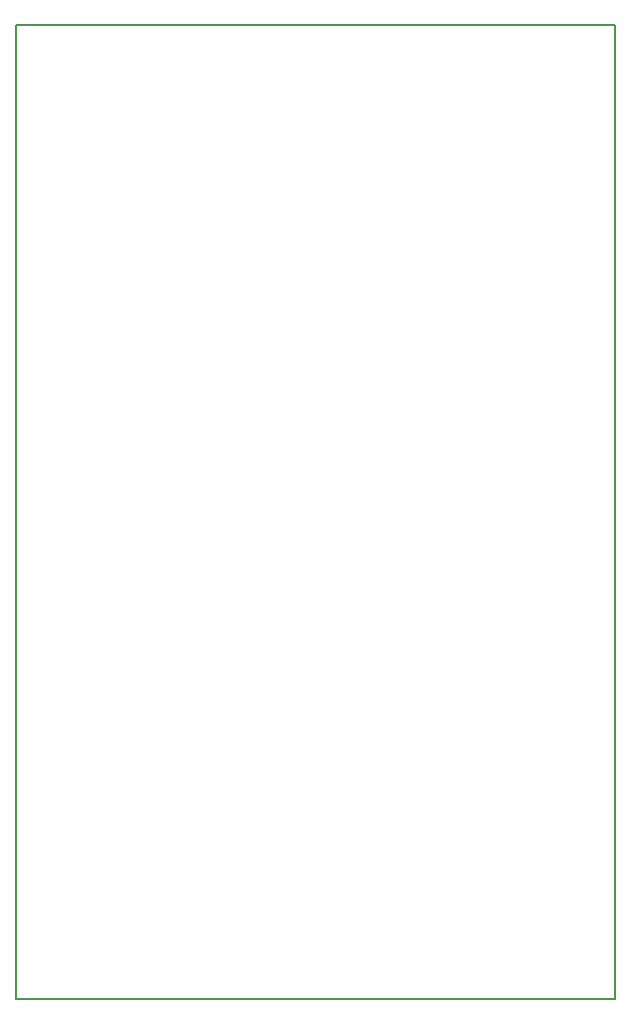
<source format=gm1>
G04 #@! TF.FileFunction,Profile,NP*
%FSLAX46Y46*%
G04 Gerber Fmt 4.6, Leading zero omitted, Abs format (unit mm)*
G04 Created by KiCad (PCBNEW 4.0.4-stable) date Thursday, December 08, 2016 'AMt' 10:27:16 AM*
%MOMM*%
%LPD*%
G01*
G04 APERTURE LIST*
%ADD10C,0.100000*%
%ADD11C,0.150000*%
G04 APERTURE END LIST*
D10*
D11*
X100711000Y-72390000D02*
X101854000Y-72390000D01*
X100330000Y-72390000D02*
X100711000Y-72390000D01*
X100330000Y-92710000D02*
X100330000Y-72390000D01*
X151130000Y-72390000D02*
X100711000Y-72390000D01*
X151130000Y-92710000D02*
X151130000Y-72390000D01*
X100330000Y-154940000D02*
X101600000Y-154940000D01*
X100330000Y-92710000D02*
X100330000Y-154940000D01*
X151130000Y-154940000D02*
X151130000Y-92710000D01*
X101600000Y-154940000D02*
X151130000Y-154940000D01*
M02*

</source>
